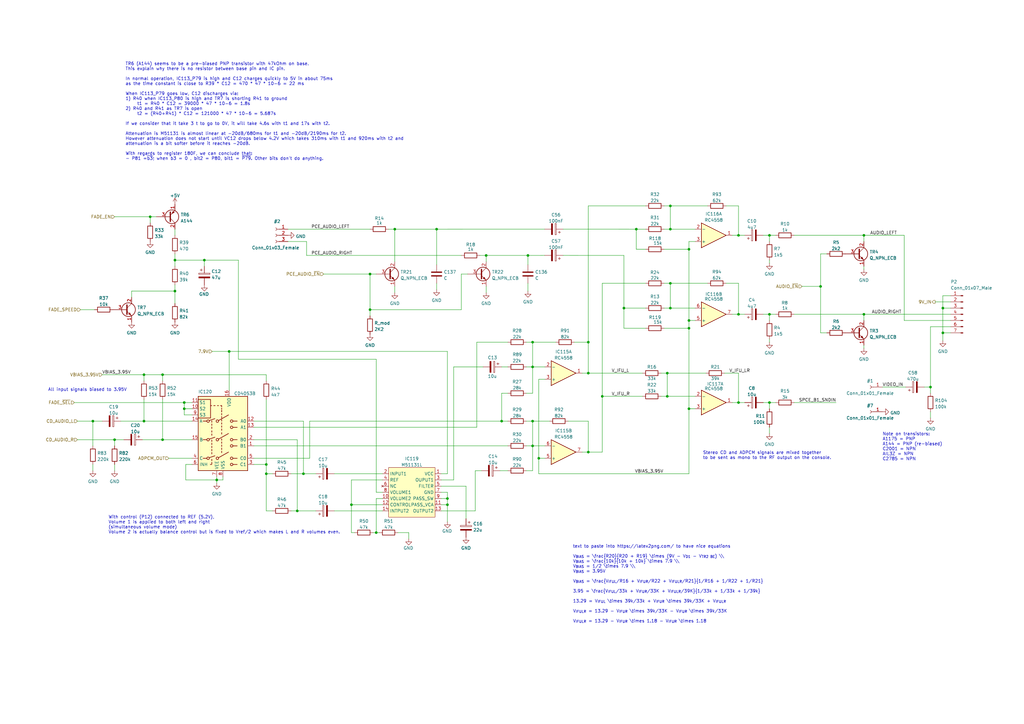
<source format=kicad_sch>
(kicad_sch (version 20211123) (generator eeschema)
  (paper "A3")
  (lib_symbols
    (symbol "Amplifier_Operational:RC4558" (pin_names (offset 0.127))
      (property "Reference" "U" (at 0 5.08 0))
      (property "Value" "RC4558" (at 0 -5.08 0))
      (symbol "RC4558_1_1"
        (polyline (pts (xy -5.08 5.08) (xy 5.08 0) (xy -5.08 -5.08) (xy -5.08 5.08)) (stroke (width 0.254)) (fill (type background)))
        (pin output line (at 7.62 0 180) (length 2.54) (name "~") (number "1"))
        (pin input line (at -7.62 -2.54 0) (length 2.54) (name "-") (number "2"))
        (pin input line (at -7.62 2.54 0) (length 2.54) (name "+") (number "3"))
      )
      (symbol "RC4558_2_1"
        (polyline (pts (xy -5.08 5.08) (xy 5.08 0) (xy -5.08 -5.08) (xy -5.08 5.08)) (stroke (width 0.254)) (fill (type background)))
        (pin input line (at -7.62 2.54 0) (length 2.54) (name "+") (number "5"))
        (pin input line (at -7.62 -2.54 0) (length 2.54) (name "-") (number "6"))
        (pin output line (at 7.62 0 180) (length 2.54) (name "~") (number "7"))
      )
      (symbol "RC4558_3_1"
        (pin power_in line (at -2.54 -7.62 90) (length 3.81) (name "V-") (number "4"))
        (pin power_in line (at -2.54 7.62 270) (length 3.81) (name "V+") (number "8"))
      )
    )
    (symbol "Analog_Switch:CD4053B"
      (property "Reference" "U" (at -10.16 16.51 0))
      (property "Value" "CD4053B" (at 3.81 16.51 0))
      (symbol "CD4053B_0_1"
        (rectangle (start -10.16 6.35) (end -5.08 13.97) (stroke (width 0.254)))
        (rectangle (start -10.16 15.24) (end 10.16 -15.24) (stroke (width 0.254)) (fill (type background)))
        (circle (center -6.096 -10.16) (radius 0.508) (stroke (width 0.254)))
        (circle (center -6.096 -2.54) (radius 0.508) (stroke (width 0.254)))
        (circle (center -6.096 5.08) (radius 0.508) (stroke (width 0.254)))
        (circle (center -2.286 -10.16) (radius 0.508) (stroke (width 0.254)))
        (circle (center -2.286 -2.54) (radius 0.508) (stroke (width 0.254)))
        (circle (center -2.286 5.08) (radius 0.508) (stroke (width 0.254)))
        (polyline (pts (xy -8.128 -10.16) (xy -6.604 -10.16)) (stroke (width 0.254)))
        (polyline (pts (xy -8.128 -2.54) (xy -6.604 -2.54)) (stroke (width 0.254)))
        (polyline (pts (xy -8.128 5.08) (xy -6.604 5.08)) (stroke (width 0.254)))
        (polyline (pts (xy -5.588 -9.906) (xy -3.302 -9.144)) (stroke (width 0.254)))
        (polyline (pts (xy -5.588 -2.286) (xy -3.302 -1.524)) (stroke (width 0.254)))
        (polyline (pts (xy -5.588 5.334) (xy -3.302 6.096)) (stroke (width 0.254)))
        (polyline (pts (xy -4.572 -12.7) (xy -5.207 -12.7)) (stroke (width 0.254)))
        (polyline (pts (xy -4.572 -12.446) (xy -4.572 -11.811)) (stroke (width 0.254)))
        (polyline (pts (xy -4.572 -11.176) (xy -4.572 -10.541)) (stroke (width 0.254)))
        (polyline (pts (xy -4.572 -8.382) (xy -4.572 -7.747)) (stroke (width 0.254)))
        (polyline (pts (xy -4.572 -7.112) (xy -4.572 -6.477)) (stroke (width 0.254)))
        (polyline (pts (xy -4.572 -5.842) (xy -4.572 -5.207)) (stroke (width 0.254)))
        (polyline (pts (xy -4.572 -4.572) (xy -4.572 -3.937)) (stroke (width 0.254)))
        (polyline (pts (xy -4.572 -3.302) (xy -4.572 -2.667)) (stroke (width 0.254)))
        (polyline (pts (xy -4.572 -0.762) (xy -4.572 -0.127)) (stroke (width 0.254)))
        (polyline (pts (xy -4.572 0.508) (xy -4.572 1.143)) (stroke (width 0.254)))
        (polyline (pts (xy -4.572 2.032) (xy -4.572 2.667)) (stroke (width 0.254)))
        (polyline (pts (xy -4.572 3.302) (xy -4.572 3.937)) (stroke (width 0.254)))
        (polyline (pts (xy -4.572 4.572) (xy -4.572 5.207)) (stroke (width 0.254)))
        (polyline (pts (xy -4.572 11.43) (xy -5.08 11.43)) (stroke (width 0.254)))
        (polyline (pts (xy -3.81 11.43) (xy -3.175 11.43)) (stroke (width 0.254)))
        (polyline (pts (xy -1.778 -9.906) (xy 2.286 -7.62)) (stroke (width 0.254)))
        (polyline (pts (xy -1.778 -2.286) (xy 2.286 0)) (stroke (width 0.254)))
        (polyline (pts (xy -1.778 5.334) (xy 2.286 7.62)) (stroke (width 0.254)))
        (polyline (pts (xy -1.778 11.43) (xy -2.286 11.43)) (stroke (width 0.254)))
        (polyline (pts (xy -0.508 -7.874) (xy -0.508 -7.239)) (stroke (width 0.254)))
        (polyline (pts (xy -0.508 -6.604) (xy -0.508 -5.969)) (stroke (width 0.254)))
        (polyline (pts (xy -0.508 -5.334) (xy -0.508 -4.699)) (stroke (width 0.254)))
        (polyline (pts (xy -0.508 -4.064) (xy -0.508 -3.429)) (stroke (width 0.254)))
        (polyline (pts (xy -0.508 -2.794) (xy -0.508 -2.159)) (stroke (width 0.254)))
        (polyline (pts (xy -0.508 -0.254) (xy -0.508 0.381)) (stroke (width 0.254)))
        (polyline (pts (xy -0.508 1.27) (xy -0.508 1.905)) (stroke (width 0.254)))
        (polyline (pts (xy -0.508 2.54) (xy -0.508 3.175)) (stroke (width 0.254)))
        (polyline (pts (xy -0.508 3.81) (xy -0.508 4.445)) (stroke (width 0.254)))
        (polyline (pts (xy -0.508 5.08) (xy -0.508 5.715)) (stroke (width 0.254)))
        (polyline (pts (xy -0.508 6.35) (xy -0.508 6.985)) (stroke (width 0.254)))
        (polyline (pts (xy -0.508 7.62) (xy -0.508 8.255)) (stroke (width 0.254)))
        (polyline (pts (xy -0.508 8.89) (xy -0.508 9.398)) (stroke (width 0.254)))
        (polyline (pts (xy -0.508 8.89) (xy -0.508 9.525)) (stroke (width 0.254)))
        (polyline (pts (xy -0.508 9.906) (xy -0.508 10.414)) (stroke (width 0.254)))
        (polyline (pts (xy -0.508 10.922) (xy -0.508 11.43)) (stroke (width 0.254)))
        (polyline (pts (xy -0.508 11.43) (xy -1.016 11.43)) (stroke (width 0.254)))
        (polyline (pts (xy 4.064 -12.7) (xy 5.842 -12.7)) (stroke (width 0.254)))
        (polyline (pts (xy 4.064 -10.16) (xy 5.842 -10.16)) (stroke (width 0.254)))
        (polyline (pts (xy 4.064 -5.08) (xy 5.842 -5.08)) (stroke (width 0.254)))
        (polyline (pts (xy 4.064 -2.54) (xy 5.842 -2.54)) (stroke (width 0.254)))
        (polyline (pts (xy 4.064 2.54) (xy 5.842 2.54)) (stroke (width 0.254)))
        (polyline (pts (xy 4.064 5.08) (xy 5.842 5.08)) (stroke (width 0.254)))
        (circle (center 3.556 -12.7) (radius 0.508) (stroke (width 0.254)))
        (circle (center 3.556 -10.16) (radius 0.508) (stroke (width 0.254)))
        (circle (center 3.556 -5.08) (radius 0.508) (stroke (width 0.254)))
        (circle (center 3.556 -2.54) (radius 0.508) (stroke (width 0.254)))
        (circle (center 3.556 2.54) (radius 0.508) (stroke (width 0.254)))
        (circle (center 3.556 5.08) (radius 0.508) (stroke (width 0.254)))
      )
      (symbol "CD4053B_1_1"
        (pin bidirectional line (at 12.7 -5.08 180) (length 2.54) (name "B1") (number "1"))
        (pin input line (at -12.7 10.16 0) (length 2.54) (name "S2") (number "10"))
        (pin input line (at -12.7 12.7 0) (length 2.54) (name "S1") (number "11"))
        (pin bidirectional line (at 12.7 5.08 180) (length 2.54) (name "A0") (number "12"))
        (pin bidirectional line (at 12.7 2.54 180) (length 2.54) (name "A1") (number "13"))
        (pin bidirectional line (at -12.7 5.08 0) (length 2.54) (name "A") (number "14"))
        (pin bidirectional line (at -12.7 -2.54 0) (length 2.54) (name "B") (number "15"))
        (pin power_in line (at 2.54 17.78 270) (length 2.54) (name "VDD") (number "16"))
        (pin bidirectional line (at 12.7 -2.54 180) (length 2.54) (name "B0") (number "2"))
        (pin bidirectional line (at 12.7 -12.7 180) (length 2.54) (name "C1") (number "3"))
        (pin bidirectional line (at -12.7 -10.16 0) (length 2.54) (name "C") (number "4"))
        (pin bidirectional line (at 12.7 -10.16 180) (length 2.54) (name "C0") (number "5"))
        (pin input line (at -12.7 -12.7 0) (length 2.54) (name "INH") (number "6"))
        (pin power_in line (at -2.54 -17.78 90) (length 2.54) (name "VEE") (number "7"))
        (pin power_in line (at 0 -17.78 90) (length 2.54) (name "VSS") (number "8"))
        (pin input line (at -12.7 7.62 0) (length 2.54) (name "S3") (number "9"))
      )
    )
    (symbol "Connector:Conn_01x01_Female" (pin_names (offset 1.016) hide)
      (property "Reference" "J" (at 0 2.54 0))
      (property "Value" "Conn_01x01_Female" (at 0 -2.54 0))
      (symbol "Conn_01x01_Female_1_1"
        (polyline (pts (xy -1.27 0) (xy -0.508 0)) (stroke (width 0.1524)))
        (arc (start 0 0.508) (mid -0.508 0) (end 0 -0.508) (stroke (width 0.1524)))
        (pin passive line (at -5.08 0 0) (length 3.81) (name "Pin_1") (number "1"))
      )
    )
    (symbol "Connector:Conn_01x03_Female" (pin_names (offset 1.016) hide)
      (property "Reference" "J" (at 0 5.08 0))
      (property "Value" "Conn_01x03_Female" (at 0 -5.08 0))
      (symbol "Conn_01x03_Female_1_1"
        (arc (start 0 -2.032) (mid -0.508 -2.54) (end 0 -3.048) (stroke (width 0.1524)))
        (polyline (pts (xy -1.27 -2.54) (xy -0.508 -2.54)) (stroke (width 0.1524)))
        (polyline (pts (xy -1.27 0) (xy -0.508 0)) (stroke (width 0.1524)))
        (polyline (pts (xy -1.27 2.54) (xy -0.508 2.54)) (stroke (width 0.1524)))
        (arc (start 0 0.508) (mid -0.508 0) (end 0 -0.508) (stroke (width 0.1524)))
        (arc (start 0 3.048) (mid -0.508 2.54) (end 0 2.032) (stroke (width 0.1524)))
        (pin passive line (at -5.08 2.54 0) (length 3.81) (name "Pin_1") (number "1"))
        (pin passive line (at -5.08 0 0) (length 3.81) (name "Pin_2") (number "2"))
        (pin passive line (at -5.08 -2.54 0) (length 3.81) (name "Pin_3") (number "3"))
      )
    )
    (symbol "Connector:Conn_01x07_Male" (pin_names (offset 1.016) hide)
      (property "Reference" "J" (at 0 10.16 0))
      (property "Value" "Conn_01x07_Male" (at 0 -10.16 0))
      (symbol "Conn_01x07_Male_1_1"
        (polyline (pts (xy 1.27 -7.62) (xy 0.8636 -7.62)) (stroke (width 0.1524)))
        (polyline (pts (xy 1.27 -5.08) (xy 0.8636 -5.08)) (stroke (width 0.1524)))
        (polyline (pts (xy 1.27 -2.54) (xy 0.8636 -2.54)) (stroke (width 0.1524)))
        (polyline (pts (xy 1.27 0) (xy 0.8636 0)) (stroke (width 0.1524)))
        (polyline (pts (xy 1.27 2.54) (xy 0.8636 2.54)) (stroke (width 0.1524)))
        (polyline (pts (xy 1.27 5.08) (xy 0.8636 5.08)) (stroke (width 0.1524)))
        (polyline (pts (xy 1.27 7.62) (xy 0.8636 7.62)) (stroke (width 0.1524)))
        (rectangle (start 0.8636 -7.493) (end 0 -7.747) (stroke (width 0.1524)) (fill (type outline)))
        (rectangle (start 0.8636 -4.953) (end 0 -5.207) (stroke (width 0.1524)) (fill (type outline)))
        (rectangle (start 0.8636 -2.413) (end 0 -2.667) (stroke (width 0.1524)) (fill (type outline)))
        (rectangle (start 0.8636 0.127) (end 0 -0.127) (stroke (width 0.1524)) (fill (type outline)))
        (rectangle (start 0.8636 2.667) (end 0 2.413) (stroke (width 0.1524)) (fill (type outline)))
        (rectangle (start 0.8636 5.207) (end 0 4.953) (stroke (width 0.1524)) (fill (type outline)))
        (rectangle (start 0.8636 7.747) (end 0 7.493) (stroke (width 0.1524)) (fill (type outline)))
        (pin passive line (at 5.08 7.62 180) (length 3.81) (name "Pin_1") (number "1"))
        (pin passive line (at 5.08 5.08 180) (length 3.81) (name "Pin_2") (number "2"))
        (pin passive line (at 5.08 2.54 180) (length 3.81) (name "Pin_3") (number "3"))
        (pin passive line (at 5.08 0 180) (length 3.81) (name "Pin_4") (number "4"))
        (pin passive line (at 5.08 -2.54 180) (length 3.81) (name "Pin_5") (number "5"))
        (pin passive line (at 5.08 -5.08 180) (length 3.81) (name "Pin_6") (number "6"))
        (pin passive line (at 5.08 -7.62 180) (length 3.81) (name "Pin_7") (number "7"))
      )
    )
    (symbol "Device:C" (pin_numbers hide) (pin_names (offset 0.254))
      (property "Reference" "C" (at 0.635 2.54 0))
      (property "Value" "C" (at 0.635 -2.54 0))
      (symbol "C_0_1"
        (polyline (pts (xy -2.032 -0.762) (xy 2.032 -0.762)) (stroke (width 0.508)))
        (polyline (pts (xy -2.032 0.762) (xy 2.032 0.762)) (stroke (width 0.508)))
      )
      (symbol "C_1_1"
        (pin passive line (at 0 3.81 270) (length 2.794) (name "~") (number "1"))
        (pin passive line (at 0 -3.81 90) (length 2.794) (name "~") (number "2"))
      )
    )
    (symbol "Device:C_Polarized" (pin_numbers hide) (pin_names (offset 0.254))
      (property "Reference" "C" (at 0.635 2.54 0))
      (property "Value" "C_Polarized" (at 0.635 -2.54 0))
      (symbol "C_Polarized_0_1"
        (rectangle (start -2.286 0.508) (end 2.286 1.016))
        (polyline (pts (xy -1.778 2.286) (xy -0.762 2.286)))
        (polyline (pts (xy -1.27 2.794) (xy -1.27 1.778)))
        (rectangle (start 2.286 -0.508) (end -2.286 -1.016) (fill (type outline)))
      )
      (symbol "C_Polarized_1_1"
        (pin passive line (at 0 3.81 270) (length 2.794) (name "~") (number "1"))
        (pin passive line (at 0 -3.81 90) (length 2.794) (name "~") (number "2"))
      )
    )
    (symbol "Device:Q_NPN_ECB" (pin_names (offset 0) hide)
      (property "Reference" "Q" (at 5.08 1.27 0))
      (property "Value" "Q_NPN_ECB" (at 5.08 -1.27 0))
      (symbol "Q_NPN_ECB_0_1"
        (polyline (pts (xy 0.635 0.635) (xy 2.54 2.54)))
        (polyline (pts (xy 0.635 -0.635) (xy 2.54 -2.54) (xy 2.54 -2.54)))
        (polyline (pts (xy 0.635 1.905) (xy 0.635 -1.905) (xy 0.635 -1.905)) (stroke (width 0.508)))
        (polyline (pts (xy 1.27 -1.778) (xy 1.778 -1.27) (xy 2.286 -2.286) (xy 1.27 -1.778) (xy 1.27 -1.778)) (fill (type outline)))
        (circle (center 1.27 0) (radius 2.8194) (stroke (width 0.254)))
      )
      (symbol "Q_NPN_ECB_1_1"
        (pin passive line (at 2.54 -5.08 90) (length 2.54) (name "E") (number "1"))
        (pin passive line (at 2.54 5.08 270) (length 2.54) (name "C") (number "2"))
        (pin passive line (at -5.08 0 0) (length 5.715) (name "B") (number "3"))
      )
    )
    (symbol "Device:Q_PNP_ECB" (pin_names (offset 0) hide)
      (property "Reference" "Q" (at 5.08 1.27 0))
      (property "Value" "Q_PNP_ECB" (at 5.08 -1.27 0))
      (symbol "Q_PNP_ECB_0_1"
        (polyline (pts (xy 0.635 0.635) (xy 2.54 2.54)))
        (polyline (pts (xy 0.635 -0.635) (xy 2.54 -2.54) (xy 2.54 -2.54)))
        (polyline (pts (xy 0.635 1.905) (xy 0.635 -1.905) (xy 0.635 -1.905)) (stroke (width 0.508)))
        (polyline (pts (xy 2.286 -1.778) (xy 1.778 -2.286) (xy 1.27 -1.27) (xy 2.286 -1.778) (xy 2.286 -1.778)) (fill (type outline)))
        (circle (center 1.27 0) (radius 2.8194) (stroke (width 0.254)))
      )
      (symbol "Q_PNP_ECB_1_1"
        (pin passive line (at 2.54 -5.08 90) (length 2.54) (name "E") (number "1"))
        (pin passive line (at 2.54 5.08 270) (length 2.54) (name "C") (number "2"))
        (pin input line (at -5.08 0 0) (length 5.715) (name "B") (number "3"))
      )
    )
    (symbol "Device:R" (pin_numbers hide) (pin_names (offset 0))
      (property "Reference" "R" (at 2.032 0 90))
      (property "Value" "R" (at 0 0 90))
      (symbol "R_0_1"
        (rectangle (start -1.016 -2.54) (end 1.016 2.54) (stroke (width 0.254)))
      )
      (symbol "R_1_1"
        (pin passive line (at 0 3.81 270) (length 1.27) (name "~") (number "1"))
        (pin passive line (at 0 -3.81 90) (length 1.27) (name "~") (number "2"))
      )
    )
    (symbol "IFU-30:M51131L"
      (property "Reference" "IC" (at 1.27 3.81 0))
      (property "Value" "M51131L" (at 11.43 3.81 0))
      (symbol "M51131L_0_1"
        (rectangle (start 0 2.54) (end 19.05 -17.78) (stroke (width 0.1524)) (fill (type background)))
      )
      (symbol "M51131L_1_1"
        (pin passive line (at -2.54 0 0) (length 2.54) (name "VCC") (number "1"))
        (pin passive line (at 21.59 -10.16 180) (length 2.54) (name "VOLUME2") (number "10"))
        (pin passive line (at -2.54 -12.7 0) (length 2.54) (name "PASS_VCA") (number "11"))
        (pin passive line (at 21.59 -12.7 180) (length 2.54) (name "CONTROL") (number "12"))
        (pin passive line (at -2.54 -15.24 0) (length 2.54) (name "OUTPUT2") (number "13"))
        (pin passive line (at 21.59 -15.24 180) (length 2.54) (name "INTPUT2") (number "14"))
        (pin passive line (at 21.59 0 180) (length 2.54) (name "INPUT1") (number "2"))
        (pin passive line (at -2.54 -2.54 0) (length 2.54) (name "OUPUT1") (number "3"))
        (pin passive line (at 21.59 -2.54 180) (length 2.54) (name "REF") (number "4"))
        (pin passive line (at -2.54 -5.08 0) (length 2.54) (name "FILTER") (number "5"))
        (pin no_connect line (at 21.59 -5.08 180) (length 2.54) (name "NC") (number "6"))
        (pin passive line (at -2.54 -7.62 0) (length 2.54) (name "GND") (number "7"))
        (pin passive line (at 21.59 -7.62 180) (length 2.54) (name "VOLUME1") (number "8"))
        (pin passive line (at -2.54 -10.16 0) (length 2.54) (name "PASS_SW") (number "9"))
      )
    )
    (symbol "power:+5V" (power) (pin_names (offset 0))
      (property "Value" "+5V" (at 0 3.556 0))
      (symbol "+5V_0_1"
        (polyline (pts (xy -0.762 1.27) (xy 0 2.54)))
        (polyline (pts (xy 0 0) (xy 0 2.54)))
        (polyline (pts (xy 0 2.54) (xy 0.762 1.27)))
      )
      (symbol "+5V_1_1"
        (pin power_in line (at 0 0 90) (length 0) hide (name "+5V") (number "1"))
      )
    )
    (symbol "power:GND" (power) (pin_names (offset 0))
      (property "Value" "GND" (at 0 -3.81 0))
      (symbol "GND_0_1"
        (polyline (pts (xy 0 0) (xy 0 -1.27) (xy 1.27 -1.27) (xy 0 -2.54) (xy -1.27 -1.27) (xy 0 -1.27)))
      )
      (symbol "GND_1_1"
        (pin power_in line (at 0 0 270) (length 0) hide (name "GND") (number "1"))
      )
    )
  )
  (junction (at 59.055 172.72))
  (junction (at 315.595 165.1))
  (junction (at 61.595 88.9))
  (junction (at 273.685 153.035))
  (junction (at 354.33 128.905))
  (junction (at 183.515 204.47))
  (junction (at 336.55 117.475))
  (junction (at 71.755 106.68))
  (junction (at 218.44 172.72))
  (junction (at 183.515 207.01))
  (junction (at 282.575 102.235))
  (junction (at 179.07 93.98))
  (junction (at 241.3 140.335))
  (junction (at 247.015 162.56))
  (junction (at 66.675 180.34))
  (junction (at 93.98 144.145))
  (junction (at 151.765 127))
  (junction (at 66.675 153.67))
  (junction (at 241.3 185.42))
  (junction (at 241.3 153.035))
  (junction (at 315.595 96.52))
  (junction (at 274.955 126.365))
  (junction (at 260.985 93.98))
  (junction (at 88.9 196.85))
  (junction (at 386.715 136.525))
  (junction (at 282.575 167.64))
  (junction (at 302.895 128.905))
  (junction (at 386.715 126.365))
  (junction (at 218.44 140.335))
  (junction (at 75.565 167.64))
  (junction (at 218.44 182.88))
  (junction (at 46.99 180.34))
  (junction (at 273.685 162.56))
  (junction (at 381.635 158.75))
  (junction (at 124.46 194.31))
  (junction (at 282.575 131.445))
  (junction (at 218.44 150.495))
  (junction (at 161.925 93.98))
  (junction (at 151.765 112.395))
  (junction (at 220.98 187.96))
  (junction (at 144.145 207.01))
  (junction (at 59.055 153.67))
  (junction (at 282.575 134.62))
  (junction (at 255.905 126.365))
  (junction (at 274.955 116.205))
  (junction (at 315.595 128.905))
  (junction (at 302.895 165.1))
  (junction (at 354.33 96.52))
  (junction (at 154.305 218.44))
  (junction (at 71.755 119.38))
  (junction (at 38.1 172.72))
  (junction (at 205.74 172.72))
  (junction (at 109.22 194.31))
  (junction (at 302.895 96.52))
  (junction (at 274.955 84.455))
  (junction (at 75.565 165.1))
  (junction (at 121.92 209.55))
  (junction (at 216.535 104.775))
  (junction (at 199.39 104.775))
  (junction (at 83.82 106.68))
  (junction (at 274.955 93.98))
  (junction (at 109.22 190.5))
  (wire (pts (xy 66.675 153.67) (xy 66.675 156.21)))
  (wire (pts (xy 194.945 193.04) (xy 197.485 193.04)))
  (wire (pts (xy 104.14 175.26) (xy 195.58 175.26)))
  (wire (pts (xy 315.595 140.335) (xy 315.595 139.065)))
  (wire (pts (xy 196.85 104.775) (xy 199.39 104.775)))
  (wire (pts (xy 88.9 196.85) (xy 91.44 196.85)))
  (wire (pts (xy 215.9 172.72) (xy 218.44 172.72)))
  (wire (pts (xy 274.955 84.455) (xy 274.955 93.98)))
  (wire (pts (xy 75.565 170.18) (xy 75.565 167.64)))
  (wire (pts (xy 179.07 93.98) (xy 179.07 108.585)))
  (wire (pts (xy 241.3 185.42) (xy 238.76 185.42)))
  (wire (pts (xy 302.895 96.52) (xy 305.435 96.52)))
  (wire (pts (xy 83.82 106.68) (xy 83.82 109.22)))
  (wire (pts (xy 88.9 196.85) (xy 88.9 198.12)))
  (wire (pts (xy 247.015 116.205) (xy 247.015 162.56)))
  (wire (pts (xy 315.595 175.26) (xy 315.595 177.8)))
  (wire (pts (xy 183.515 204.47) (xy 183.515 207.01)))
  (wire (pts (xy 180.975 204.47) (xy 183.515 204.47)))
  (wire (pts (xy 241.3 172.72) (xy 241.3 185.42)))
  (wire (pts (xy 183.515 201.93) (xy 183.515 204.47)))
  (wire (pts (xy 125.73 104.775) (xy 125.73 99.06)))
  (wire (pts (xy 53.975 119.38) (xy 71.755 119.38)))
  (wire (pts (xy 156.845 201.93) (xy 154.305 201.93)))
  (wire (pts (xy 336.55 136.525) (xy 339.09 136.525)))
  (wire (pts (xy 109.22 190.5) (xy 109.22 194.31)))
  (wire (pts (xy 241.3 140.335) (xy 241.3 153.035)))
  (wire (pts (xy 183.515 194.31) (xy 180.975 194.31)))
  (wire (pts (xy 71.755 106.68) (xy 71.755 109.22)))
  (wire (pts (xy 167.64 218.44) (xy 167.64 220.98)))
  (wire (pts (xy 199.39 117.475) (xy 199.39 120.015)))
  (wire (pts (xy 302.895 153.035) (xy 302.895 165.1)))
  (wire (pts (xy 315.595 128.905) (xy 315.595 131.445)))
  (wire (pts (xy 282.575 134.62) (xy 282.575 131.445)))
  (wire (pts (xy 354.33 128.905) (xy 354.33 131.445)))
  (wire (pts (xy 285.115 162.56) (xy 273.685 162.56)))
  (wire (pts (xy 216.535 104.775) (xy 216.535 108.585)))
  (wire (pts (xy 205.74 161.29) (xy 205.74 172.72)))
  (wire (pts (xy 71.755 119.38) (xy 71.755 124.46)))
  (wire (pts (xy 273.685 153.035) (xy 289.56 153.035)))
  (wire (pts (xy 127 187.96) (xy 127 172.72)))
  (wire (pts (xy 151.765 127) (xy 151.765 129.54)))
  (wire (pts (xy 230.9694 93.9677) (xy 260.985 93.98)))
  (wire (pts (xy 199.39 104.775) (xy 199.39 107.315)))
  (wire (pts (xy 194.945 209.55) (xy 194.945 193.04)))
  (wire (pts (xy 153.035 218.44) (xy 154.305 218.44)))
  (wire (pts (xy 238.76 153.035) (xy 241.3 153.035)))
  (wire (pts (xy 274.955 126.365) (xy 285.115 126.365)))
  (wire (pts (xy 75.565 165.1) (xy 30.48 165.1)))
  (wire (pts (xy 386.715 121.285) (xy 386.715 126.365)))
  (wire (pts (xy 297.18 153.035) (xy 302.895 153.035)))
  (wire (pts (xy 297.815 116.205) (xy 302.895 116.205)))
  (wire (pts (xy 215.9 161.29) (xy 218.44 161.29)))
  (wire (pts (xy 154.305 218.44) (xy 155.575 218.44)))
  (wire (pts (xy 282.575 167.64) (xy 285.115 167.64)))
  (wire (pts (xy 389.89 136.525) (xy 386.715 136.525)))
  (wire (pts (xy 361.95 158.75) (xy 371.475 158.75)))
  (wire (pts (xy 144.145 196.85) (xy 156.845 196.85)))
  (wire (pts (xy 59.055 153.67) (xy 59.055 156.21)))
  (wire (pts (xy 78.74 170.18) (xy 75.565 170.18)))
  (wire (pts (xy 151.765 112.395) (xy 132.715 112.395)))
  (wire (pts (xy 302.895 165.1) (xy 305.435 165.1)))
  (wire (pts (xy 59.055 172.72) (xy 78.74 172.72)))
  (wire (pts (xy 179.07 118.745) (xy 179.07 116.205)))
  (wire (pts (xy 233.045 172.72) (xy 241.3 172.72)))
  (wire (pts (xy 83.82 106.68) (xy 97.79 106.68)))
  (wire (pts (xy 186.055 196.85) (xy 186.055 150.495)))
  (wire (pts (xy 235.585 140.335) (xy 241.3 140.335)))
  (wire (pts (xy 381.635 133.985) (xy 389.89 133.985)))
  (wire (pts (xy 216.535 104.775) (xy 223.3494 104.7627)))
  (wire (pts (xy 76.2 196.85) (xy 88.9 196.85)))
  (wire (pts (xy 191.135 212.725) (xy 191.135 199.39)))
  (wire (pts (xy 124.46 172.72) (xy 124.46 194.31)))
  (wire (pts (xy 205.74 161.29) (xy 208.28 161.29)))
  (wire (pts (xy 109.22 209.55) (xy 111.76 209.55)))
  (wire (pts (xy 389.89 123.825) (xy 383.54 123.825)))
  (wire (pts (xy 119.38 209.55) (xy 121.92 209.55)))
  (wire (pts (xy 272.415 134.62) (xy 282.575 134.62)))
  (wire (pts (xy 71.755 104.14) (xy 71.755 106.68)))
  (wire (pts (xy 208.28 150.495) (xy 205.74 150.495)))
  (wire (pts (xy 315.595 165.1) (xy 315.595 167.64)))
  (wire (pts (xy 109.22 153.67) (xy 109.22 156.21)))
  (wire (pts (xy 104.14 187.96) (xy 127 187.96)))
  (wire (pts (xy 290.195 84.455) (xy 274.955 84.455)))
  (wire (pts (xy 137.16 194.31) (xy 156.845 194.31)))
  (wire (pts (xy 93.98 144.145) (xy 86.995 144.145)))
  (wire (pts (xy 282.575 131.445) (xy 285.115 131.445)))
  (wire (pts (xy 46.99 182.88) (xy 46.99 180.34)))
  (wire (pts (xy 215.9 182.88) (xy 218.44 182.88)))
  (wire (pts (xy 282.575 167.64) (xy 282.575 134.62)))
  (wire (pts (xy 272.415 116.205) (xy 274.955 116.205)))
  (wire (pts (xy 274.955 116.205) (xy 290.195 116.205)))
  (wire (pts (xy 302.895 84.455) (xy 302.895 96.52)))
  (wire (pts (xy 69.215 187.96) (xy 78.74 187.96)))
  (wire (pts (xy 186.055 150.495) (xy 198.12 150.495)))
  (wire (pts (xy 255.905 104.775) (xy 255.905 126.365)))
  (wire (pts (xy 255.905 104.775) (xy 230.9694 104.7627)))
  (wire (pts (xy 339.09 104.14) (xy 336.55 104.14)))
  (wire (pts (xy 93.98 144.145) (xy 93.98 160.02)))
  (wire (pts (xy 144.145 207.01) (xy 144.145 196.85)))
  (wire (pts (xy 154.305 112.395) (xy 151.765 112.395)))
  (wire (pts (xy 354.33 96.52) (xy 325.755 96.52)))
  (wire (pts (xy 264.795 84.455) (xy 241.3 84.455)))
  (wire (pts (xy 161.925 93.98) (xy 161.925 107.315)))
  (wire (pts (xy 66.675 180.34) (xy 78.74 180.34)))
  (wire (pts (xy 144.145 218.44) (xy 145.415 218.44)))
  (wire (pts (xy 144.145 207.01) (xy 144.145 218.44)))
  (wire (pts (xy 285.115 99.06) (xy 282.575 99.06)))
  (wire (pts (xy 93.98 144.145) (xy 183.515 144.145)))
  (wire (pts (xy 302.895 116.205) (xy 302.895 128.905)))
  (wire (pts (xy 389.89 121.285) (xy 386.715 121.285)))
  (wire (pts (xy 183.515 213.995) (xy 183.515 207.01)))
  (wire (pts (xy 218.44 172.72) (xy 218.44 182.88)))
  (wire (pts (xy 124.46 194.31) (xy 129.54 194.31)))
  (wire (pts (xy 274.955 93.98) (xy 285.115 93.98)))
  (wire (pts (xy 118.11 93.98) (xy 151.765 93.98)))
  (wire (pts (xy 274.955 93.98) (xy 272.415 93.98)))
  (wire (pts (xy 104.14 182.88) (xy 208.28 182.88)))
  (wire (pts (xy 300.355 96.52) (xy 302.895 96.52)))
  (wire (pts (xy 318.135 96.52) (xy 315.595 96.52)))
  (wire (pts (xy 216.535 119.38) (xy 216.535 116.205)))
  (wire (pts (xy 315.595 96.52) (xy 315.595 99.06)))
  (wire (pts (xy 189.23 112.395) (xy 191.77 112.395)))
  (wire (pts (xy 183.515 207.01) (xy 180.975 207.01)))
  (wire (pts (xy 38.1 182.88) (xy 38.1 172.72)))
  (wire (pts (xy 218.44 150.495) (xy 215.9 150.495)))
  (wire (pts (xy 125.73 104.775) (xy 189.23 104.775)))
  (wire (pts (xy 78.74 165.1) (xy 75.565 165.1)))
  (wire (pts (xy 315.595 106.68) (xy 315.595 107.95)))
  (wire (pts (xy 33.02 127) (xy 38.735 127)))
  (wire (pts (xy 59.055 153.67) (xy 66.675 153.67)))
  (wire (pts (xy 381.635 158.75) (xy 379.095 158.75)))
  (wire (pts (xy 325.755 165.1) (xy 342.9 165.1)))
  (wire (pts (xy 386.715 126.365) (xy 389.89 126.365)))
  (wire (pts (xy 78.74 190.5) (xy 76.2 190.5)))
  (wire (pts (xy 59.055 163.83) (xy 59.055 172.72)))
  (wire (pts (xy 272.415 102.235) (xy 282.575 102.235)))
  (wire (pts (xy 273.685 162.56) (xy 273.685 153.035)))
  (wire (pts (xy 336.55 104.14) (xy 336.55 117.475)))
  (wire (pts (xy 97.79 106.68) (xy 97.79 147.32)))
  (wire (pts (xy 272.415 126.365) (xy 274.955 126.365)))
  (wire (pts (xy 282.575 102.235) (xy 282.575 131.445)))
  (wire (pts (xy 282.575 99.06) (xy 282.575 102.235)))
  (wire (pts (xy 180.975 201.93) (xy 183.515 201.93)))
  (wire (pts (xy 386.715 136.525) (xy 386.715 126.365)))
  (wire (pts (xy 255.905 126.365) (xy 264.795 126.365)))
  (wire (pts (xy 282.575 194.31) (xy 282.575 167.64)))
  (wire (pts (xy 53.975 119.38) (xy 53.975 121.92)))
  (wire (pts (xy 300.355 128.905) (xy 302.895 128.905)))
  (wire (pts (xy 271.145 162.56) (xy 273.685 162.56)))
  (wire (pts (xy 218.44 150.495) (xy 218.44 161.29)))
  (wire (pts (xy 109.22 194.31) (xy 111.76 194.31)))
  (wire (pts (xy 180.975 199.39) (xy 191.135 199.39)))
  (wire (pts (xy 354.33 128.905) (xy 389.89 128.905)))
  (wire (pts (xy 218.44 172.72) (xy 225.425 172.72)))
  (wire (pts (xy 38.1 190.5) (xy 38.1 193.04)))
  (wire (pts (xy 313.055 128.905) (xy 315.595 128.905)))
  (wire (pts (xy 208.28 140.335) (xy 195.58 140.335)))
  (wire (pts (xy 223.3494 93.9677) (xy 179.07 93.98)))
  (wire (pts (xy 64.135 88.9) (xy 61.595 88.9)))
  (wire (pts (xy 46.99 88.9) (xy 61.595 88.9)))
  (wire (pts (xy 199.39 104.775) (xy 216.535 104.775)))
  (wire (pts (xy 71.755 116.84) (xy 71.755 119.38)))
  (wire (pts (xy 58.42 180.34) (xy 66.675 180.34)))
  (wire (pts (xy 220.98 155.575) (xy 220.98 187.96)))
  (wire (pts (xy 66.675 163.83) (xy 66.675 180.34)))
  (wire (pts (xy 272.415 84.455) (xy 274.955 84.455)))
  (wire (pts (xy 159.385 93.98) (xy 161.925 93.98)))
  (wire (pts (xy 241.3 84.455) (xy 241.3 140.335)))
  (wire (pts (xy 315.595 165.1) (xy 313.055 165.1)))
  (wire (pts (xy 328.93 117.475) (xy 336.55 117.475)))
  (wire (pts (xy 215.9 140.335) (xy 218.44 140.335)))
  (wire (pts (xy 264.795 116.205) (xy 247.015 116.205)))
  (wire (pts (xy 154.305 147.32) (xy 154.305 201.93)))
  (wire (pts (xy 109.22 163.83) (xy 109.22 190.5)))
  (wire (pts (xy 271.145 153.035) (xy 273.685 153.035)))
  (wire (pts (xy 46.99 180.34) (xy 50.8 180.34)))
  (wire (pts (xy 91.44 196.85) (xy 91.44 195.58)))
  (wire (pts (xy 71.755 93.98) (xy 71.755 96.52)))
  (wire (pts (xy 127 172.72) (xy 205.74 172.72)))
  (wire (pts (xy 38.1 172.72) (xy 41.91 172.72)))
  (wire (pts (xy 71.755 106.68) (xy 83.82 106.68)))
  (wire (pts (xy 370.84 131.445) (xy 389.89 131.445)))
  (wire (pts (xy 247.015 185.42) (xy 241.3 185.42)))
  (wire (pts (xy 215.9 193.04) (xy 218.44 193.04)))
  (wire (pts (xy 161.925 117.475) (xy 161.925 120.015)))
  (wire (pts (xy 381.635 168.91) (xy 381.635 171.45)))
  (wire (pts (xy 31.75 172.72) (xy 38.1 172.72)))
  (wire (pts (xy 49.53 172.72) (xy 59.055 172.72)))
  (wire (pts (xy 247.015 185.42) (xy 247.015 162.56)))
  (wire (pts (xy 31.75 180.34) (xy 46.99 180.34)))
  (wire (pts (xy 381.635 158.75) (xy 381.635 161.29)))
  (wire (pts (xy 88.9 195.58) (xy 88.9 196.85)))
  (wire (pts (xy 154.305 204.47) (xy 154.305 218.44)))
  (wire (pts (xy 223.52 187.96) (xy 220.98 187.96)))
  (wire (pts (xy 370.84 96.52) (xy 354.33 96.52)))
  (wire (pts (xy 223.52 150.495) (xy 218.44 150.495)))
  (wire (pts (xy 109.22 194.31) (xy 109.22 209.55)))
  (wire (pts (xy 264.795 93.98) (xy 260.985 93.98)))
  (wire (pts (xy 370.84 131.445) (xy 370.84 96.52)))
  (wire (pts (xy 125.73 99.06) (xy 118.11 99.06)))
  (wire (pts (xy 121.92 180.34) (xy 121.92 209.55)))
  (wire (pts (xy 220.98 187.96) (xy 220.98 194.31)))
  (wire (pts (xy 218.44 193.04) (xy 218.44 182.88)))
  (wire (pts (xy 180.975 196.85) (xy 186.055 196.85)))
  (wire (pts (xy 260.985 93.98) (xy 260.985 102.235)))
  (wire (pts (xy 247.015 162.56) (xy 263.525 162.56)))
  (wire (pts (xy 218.44 182.88) (xy 223.52 182.88)))
  (wire (pts (xy 137.16 209.55) (xy 156.845 209.55)))
  (wire (pts (xy 302.895 128.905) (xy 305.435 128.905)))
  (wire (pts (xy 104.14 172.72) (xy 124.46 172.72)))
  (wire (pts (xy 354.33 141.605) (xy 354.33 142.875)))
  (wire (pts (xy 121.92 180.34) (xy 104.14 180.34)))
  (wire (pts (xy 264.795 134.62) (xy 255.905 134.62)))
  (wire (pts (xy 218.44 140.335) (xy 218.44 150.495)))
  (wire (pts (xy 302.895 165.1) (xy 300.355 165.1)))
  (wire (pts (xy 183.515 144.145) (xy 183.515 194.31)))
  (wire (pts (xy 75.565 167.64) (xy 78.74 167.64)))
  (wire (pts (xy 354.33 109.22) (xy 354.33 110.49)))
  (wire (pts (xy 208.28 193.04) (xy 205.105 193.04)))
  (wire (pts (xy 180.975 209.55) (xy 194.945 209.55)))
  (wire (pts (xy 223.52 155.575) (xy 220.98 155.575)))
  (wire (pts (xy 66.675 153.67) (xy 109.22 153.67)))
  (wire (pts (xy 97.79 147.32) (xy 154.305 147.32)))
  (wire (pts (xy 119.38 194.31) (xy 124.46 194.31)))
  (wire (pts (xy 255.905 126.365) (xy 255.905 134.62)))
  (wire (pts (xy 121.92 209.55) (xy 129.54 209.55)))
  (wire (pts (xy 167.64 218.44) (xy 163.195 218.44)))
  (wire (pts (xy 241.3 153.035) (xy 263.525 153.035)))
  (wire (pts (xy 386.715 136.525) (xy 386.715 139.7)))
  (wire (pts (xy 274.955 116.205) (xy 274.955 126.365)))
  (wire (pts (xy 315.595 128.905) (xy 318.135 128.905)))
  (wire (pts (xy 220.98 194.31) (xy 282.575 194.31)))
  (wire (pts (xy 151.765 112.395) (xy 151.765 127)))
  (wire (pts (xy 104.14 190.5) (xy 109.22 190.5)))
  (wire (pts (xy 381.635 158.75) (xy 381.635 133.985)))
  (wire (pts (xy 76.2 190.5) (xy 76.2 196.85)))
  (wire (pts (xy 151.765 127) (xy 189.23 127)))
  (wire (pts (xy 354.33 96.52) (xy 354.33 99.06)))
  (wire (pts (xy 195.58 140.335) (xy 195.58 175.26)))
  (wire (pts (xy 325.755 128.905) (xy 354.33 128.905)))
  (wire (pts (xy 297.815 84.455) (xy 302.895 84.455)))
  (wire (pts (xy 46.99 193.04) (xy 46.99 190.5)))
  (wire (pts (xy 189.23 127) (xy 189.23 112.395)))
  (wire (pts (xy 336.55 117.475) (xy 336.55 136.525)))
  (wire (pts (xy 205.74 172.72) (xy 208.28 172.72)))
  (wire (pts (xy 260.985 102.235) (xy 264.795 102.235)))
  (wire (pts (xy 61.595 88.9) (xy 61.595 91.44)))
  (wire (pts (xy 156.845 204.47) (xy 154.305 204.47)))
  (wire (pts (xy 315.595 165.1) (xy 318.135 165.1)))
  (wire (pts (xy 41.91 153.67) (xy 59.055 153.67)))
  (wire (pts (xy 218.44 140.335) (xy 227.965 140.335)))
  (wire (pts (xy 161.925 93.98) (xy 179.07 93.98)))
  (wire (pts (xy 75.565 165.1) (xy 75.565 167.64)))
  (wire (pts (xy 144.145 207.01) (xy 156.845 207.01)))
  (wire (pts (xy 315.595 96.52) (xy 313.055 96.52)))
  (text "All input signals biased to 3.95V\n" (at 19.685 160.655 0) (effects (font (size 1.27 1.27)) (justify left bottom)))
  (text "TR6 (A144) seems to be a pre-biased PNP transistor with 47kOhm on base.\nThis explain why there is no resistor between base pin and IC pin.\n\nIn normal operation, IC113_P79 is high and C12 charges quickly to 5V in about 75ms\nas the time constant is close to R39 * C12 = 470 * 47 * 10-6 = 22 ms\n\nWhen IC113_P79 goes low, C12 discharges via: \n1) R40 when IC113_P80 is high and TR7 is shorting R41 to ground\n	t1 = R40 * C12 = 39000 * 47 * 10-6 = 1.8s\n2) R40 and R41 as TR7 is open \n	t2 = (R40+R41) * C12 = 121000 * 47 * 10-6 = 5.687s\n\nIf we consider that it take 3 t to go to 0V, it will take 4.6s with t1 and 17s with t2.\n\nAttenuation is M51131 is almost linear at -20dB/680ms for t1 and -20dB/2190ms for t2.\nHowever attenuation does not start until VC12 drops below 4.2V which takes 310ms with t1 and 920ms with t2 and\nattenuation is a bit softer before it reaches -20dB.\n\nWith regards to register 180F, we can conclude that:\n- P81 =~{b3}; when b3 = 0 , bit2 = P80, bit1 = ~{P79}. Other bits don't do anything.\n\n" (at 51.435 67.945 0) (effects (font (size 1.27 1.27)) (justify left bottom)))
  (text "text to paste into https://latex2png.com/ to have nice equations\n\nV_{BIAS} = \\frac{R20}{R20 + R19} \\times (9V - V_{D1} - V_{TR2 BE}) \\\\\nV_{BIAS} = \\frac{10k}{10k + 10k} \\times 7.9 \\\\\nV_{BIAS} = 1/2 \\times 7.9 \\\\\nV_{BIAS} = 3.95V\n\nV_{BIAS} = \\frac{V_{IFUL}/R16 + V_{IFUR}/R22 + V_{IFULR}/R21}{1/R16 + 1/R22 + 1/R21}\n\n3.95 = \\frac{V_{IFUL}/33k + V_{IFUR}/33K + V_{IFULR}/39K}{1/33k + 1/33k + 1/39k}\n\n13.29 = V_{IFUL} \\times 39k/33k + V_{IFUR} \\times 39k/33K + V_{IFULR}\n\nV_{IFULR} = 13.29 - V_{IFUR} \\times 39k/33K - V_{IFUR} \\times 39k/33K\n\nV_{IFULR} = 13.29 - V_{IFUR} \\times 1.18 - V_{IFUR} \\times 1.18\n\n\n" (at 234.95 259.715 0) (effects (font (size 1.27 1.27)) (justify left bottom)))
  (text "Stereo CD and ADPCM signals are mixed together \nto be sent as mono to the RF output on the console." (at 288.29 188.595 0) (effects (font (size 1.27 1.27)) (justify left bottom)))
  (text "Note on transistors:\nA1175 = PNP\nA144 = PNP (re-biased)\nC2001 = NPN\nAIL3Z = NPN\nC2785 = NPN\n\n" (at 361.95 191.135 0) (effects (font (size 1.27 1.27)) (justify left bottom)))
  (text "With control (P12) connected to REF (5.2V),\nVolume 1 is applied to both left and right\n(simultaneous volume mode)\nVolume 2 is actually balance control but is fixed to Vref/2 which makes L and R volumes even." (at 44.45 219.075 0) (effects (font (size 1.27 1.27)) (justify left bottom)))
  (label "VIDEO_IN" (at 361.95 158.75 0))
  (label "VBIAS_3.95V" (at 260.35 194.31 0))
  (label "V_IFU_LR" (at 299.085 153.035 0))
  (label "AUDIO_LEFT" (at 356.87 96.52 0))
  (label "V_IFU_L" (at 250.825 153.035 0))
  (label "PCE_AUDIO_LEFT" (at 127.635 93.98 0))
  (label "PCE_AUDIO_RIGHT" (at 127.635 104.775 0))
  (label "AUDIO_RIGHT" (at 357.505 128.905 0))
  (label "SPCE_B1_SNDIN" (at 342.9 165.1 180))
  (label "VBIAS_3.95V" (at 41.91 153.67 0))
  (label "V_IFU_R" (at 250.825 162.56 0))
  (hierarchical_label "AUDIO_~{EN}" (shape input) (at 328.93 117.475 180))
  (hierarchical_label "CD_AUDIO_L" (shape input) (at 31.75 172.72 180))
  (hierarchical_label "FADE_EN" (shape input) (at 46.99 88.9 180))
  (hierarchical_label "FADE_~{SEL}" (shape input) (at 30.48 165.1 180))
  (hierarchical_label "ADPCM_OUT" (shape input) (at 69.215 187.96 180))
  (hierarchical_label "CD_AUDIO_R" (shape input) (at 31.75 180.34 180))
  (hierarchical_label "PCE_AUDIO_~{EN}" (shape input) (at 132.715 112.395 180))
  (hierarchical_label "VBIAS_3.95V" (shape input) (at 41.91 153.67 180))
  (hierarchical_label "9V_IN" (shape output) (at 383.54 123.825 180))
  (hierarchical_label "7.9V" (shape input) (at 86.995 144.145 180))
  (hierarchical_label "FADE_SPEED" (shape input) (at 33.02 127 180))
  (symbol (lib_id "Amplifier_Operational:RC4558") (at 292.735 165.1 0) (mirror x) (unit 1)
    (property "Reference" "IC117" (at 293.37 157.48 0))
    (property "Value" "RC4558" (at 292.735 159.385 0))
    (property "Datasheet" "http://www.ti.com/lit/ds/symlink/rc4558.pdf" (effects hide))
  )
  (symbol (lib_id "Device:R") (at 342.9 136.525 270) (unit 1)
    (property "Reference" "R6" (at 342.9 131.8092 90))
    (property "Value" "2k2" (at 342.9 134.3461 90))
  )
  (symbol (lib_id "power:GND") (at 386.715 139.7 0) (unit 1)
    (property "Reference" "#PWR0201" (effects hide))
    (property "Value" "GND" (at 386.715 144.1434 0))
  )
  (symbol (lib_id "Device:R") (at 315.595 102.87 0) (unit 1)
    (property "Reference" "R7" (at 317.373 102.0353 0) (effects (justify left)))
    (property "Value" "1k5" (at 317.373 104.5722 0) (effects (justify left)))
  )
  (symbol (lib_id "Device:Q_NPN_ECB") (at 351.79 104.14 0) (unit 1)
    (property "Reference" "TR4" (at 356.6414 103.3053 0) (effects (justify left)))
    (property "Value" "Q_NPN_ECB" (at 356.6414 105.8422 0) (effects (justify left)))
  )
  (symbol (lib_id "Device:R") (at 294.005 116.205 90) (unit 1)
    (property "Reference" "R94" (at 294.005 111.4892 90))
    (property "Value" "62k" (at 294.005 114.0261 90))
  )
  (symbol (lib_id "Device:R") (at 59.055 160.02 180) (unit 1)
    (property "Reference" "R53" (at 60.833 159.1853 0) (effects (justify right)))
    (property "Value" "15k" (at 60.833 161.7222 0) (effects (justify right)))
  )
  (symbol (lib_id "power:GND") (at 199.39 120.015 0) (unit 1)
    (property "Reference" "#PWR0207" (effects hide))
    (property "Value" "GND" (at 199.39 124.4584 0))
  )
  (symbol (lib_id "power:GND") (at 191.135 220.345 0) (unit 1)
    (property "Reference" "#PWR0194" (effects hide))
    (property "Value" "GND" (at 191.135 224.7884 0))
  )
  (symbol (lib_id "Device:R") (at 294.005 84.455 90) (unit 1)
    (property "Reference" "R93" (at 294.005 79.7392 90))
    (property "Value" "62k" (at 294.005 82.2761 90))
  )
  (symbol (lib_id "Device:R") (at 212.09 150.495 270) (unit 1)
    (property "Reference" "R89" (at 210.185 145.415 90) (effects (justify left)))
    (property "Value" "22k" (at 210.185 147.955 90) (effects (justify left)))
  )
  (symbol (lib_id "Device:R") (at 155.575 93.98 90) (unit 1)
    (property "Reference" "R14" (at 155.575 89.535 90))
    (property "Value" "1k" (at 155.575 91.44 90))
  )
  (symbol (lib_id "Device:R") (at 151.765 133.35 180) (unit 1)
    (property "Reference" "R_mod" (at 153.543 132.5153 0) (effects (justify right)))
    (property "Value" "2K2" (at 153.543 135.0522 0) (effects (justify right)))
  )
  (symbol (lib_id "Device:C_Polarized") (at 309.245 165.1 90) (unit 1)
    (property "Reference" "C8" (at 308.356 159.2412 90))
    (property "Value" "10u" (at 308.356 161.7781 90))
  )
  (symbol (lib_id "Amplifier_Operational:RC4558") (at 292.735 96.52 0) (mirror x) (unit 1)
    (property "Reference" "IC116" (at 292.735 87.7402 0))
    (property "Value" "RC4558" (at 292.735 90.2771 0))
    (property "Datasheet" "http://www.ti.com/lit/ds/symlink/rc4558.pdf" (effects hide))
  )
  (symbol (lib_id "Device:C") (at 179.07 112.395 0) (unit 1)
    (property "Reference" "C137" (at 181.991 111.5603 0) (effects (justify left)))
    (property "Value" "C" (at 181.991 114.0972 0) (effects (justify left)))
  )
  (symbol (lib_id "Device:R") (at 268.605 102.235 90) (unit 1)
    (property "Reference" "R118" (at 266.065 97.79 90) (effects (justify right)))
    (property "Value" "15k" (at 267.97 99.695 90) (effects (justify right)))
  )
  (symbol (lib_id "Device:R") (at 149.225 218.44 90) (unit 1)
    (property "Reference" "R50" (at 149.225 213.7242 90))
    (property "Value" "47k" (at 149.225 216.2611 90))
  )
  (symbol (lib_id "Device:C_Polarized") (at 83.82 113.03 0) (unit 1)
    (property "Reference" "C12" (at 86.741 111.3063 0) (effects (justify left)))
    (property "Value" "47u" (at 86.741 113.8432 0) (effects (justify left)))
  )
  (symbol (lib_id "Device:R") (at 267.335 162.56 90) (unit 1)
    (property "Reference" "R22" (at 267.335 157.8442 90))
    (property "Value" "33k" (at 267.335 160.3811 90))
  )
  (symbol (lib_id "Device:C_Polarized") (at 227.1594 104.7627 270) (mirror x) (unit 1)
    (property "Reference" "C57" (at 228.0484 98.9039 90))
    (property "Value" "100nF" (at 228.0484 101.4408 90))
  )
  (symbol (lib_id "power:GND") (at 161.925 120.015 0) (unit 1)
    (property "Reference" "#PWR0206" (effects hide))
    (property "Value" "GND" (at 161.925 124.4584 0))
  )
  (symbol (lib_id "Device:R") (at 71.755 113.03 180) (unit 1)
    (property "Reference" "R40" (at 73.533 112.1953 0) (effects (justify right)))
    (property "Value" "39k" (at 73.533 114.7322 0) (effects (justify right)))
  )
  (symbol (lib_id "Device:C_Polarized") (at 375.285 158.75 90) (unit 1)
    (property "Reference" "C58" (at 374.396 152.8912 90))
    (property "Value" "470u" (at 374.396 155.4281 90))
  )
  (symbol (lib_id "Device:R") (at 231.775 140.335 90) (unit 1)
    (property "Reference" "R91" (at 231.775 135.6192 90))
    (property "Value" "82k" (at 231.775 138.1561 90))
  )
  (symbol (lib_id "power:GND") (at 71.755 132.08 0) (unit 1)
    (property "Reference" "#PWR0211" (effects hide))
    (property "Value" "GND" (at 71.755 136.5234 0))
  )
  (symbol (lib_id "Amplifier_Operational:RC4558") (at 231.14 185.42 0) (mirror x) (unit 2)
    (property "Reference" "IC115" (at 231.14 176.6402 0))
    (property "Value" "RC4558" (at 231.14 179.1771 0))
    (property "Datasheet" "http://www.ti.com/lit/ds/symlink/rc4558.pdf" (effects hide))
  )
  (symbol (lib_id "Device:R") (at 321.945 165.1 270) (mirror x) (unit 1)
    (property "Reference" "R15" (at 321.945 160.3842 90))
    (property "Value" "3k" (at 321.945 162.9211 90))
  )
  (symbol (lib_id "Device:R") (at 159.385 218.44 270) (unit 1)
    (property "Reference" "R51" (at 159.385 213.7242 90))
    (property "Value" "47k" (at 159.385 216.2611 90))
  )
  (symbol (lib_id "Device:R") (at 109.22 160.02 0) (unit 1)
    (property "Reference" "R44" (at 111.125 159.385 0) (effects (justify left)))
    (property "Value" "4k7" (at 111.125 161.9219 0) (effects (justify left)))
  )
  (symbol (lib_id "Device:R") (at 268.605 116.205 90) (unit 1)
    (property "Reference" "R24" (at 268.605 111.76 90))
    (property "Value" "22k" (at 268.605 114.0261 90))
  )
  (symbol (lib_id "Device:R") (at 212.09 172.72 90) (unit 1)
    (property "Reference" "R29" (at 212.09 168.0042 90))
    (property "Value" "28k" (at 212.09 170.5411 90))
  )
  (symbol (lib_id "Analog_Switch:CD4053B") (at 91.44 177.8 0) (unit 1)
    (property "Reference" "IC120" (at 81.28 160.655 0) (effects (justify left)))
    (property "Value" "CD4053B" (at 95.9994 161.3971 0) (effects (justify left)))
    (property "Datasheet" "http://www.ti.com/lit/ds/symlink/cd4052b.pdf" (effects hide))
  )
  (symbol (lib_id "power:GND") (at 315.595 140.335 0) (unit 1)
    (property "Reference" "#PWR0196" (effects hide))
    (property "Value" "GND" (at 315.595 144.7784 0))
  )
  (symbol (lib_id "power:GND") (at 53.975 132.08 0) (unit 1)
    (property "Reference" "#PWR0210" (effects hide))
    (property "Value" "GND" (at 53.975 136.5234 0))
  )
  (symbol (lib_id "Device:R") (at 229.235 172.72 90) (unit 1)
    (property "Reference" "R92" (at 229.235 168.0042 90))
    (property "Value" "82k" (at 229.235 170.5411 90))
  )
  (symbol (lib_id "power:GND") (at 361.95 168.91 90) (unit 1)
    (property "Reference" "#PWR0203" (effects hide))
    (property "Value" "GND" (at 365.125 169.3438 90) (effects (justify right)))
  )
  (symbol (lib_id "Device:R") (at 315.595 135.255 0) (unit 1)
    (property "Reference" "R4" (at 317.373 134.4203 0) (effects (justify left)))
    (property "Value" "1k5" (at 317.373 136.9572 0) (effects (justify left)))
  )
  (symbol (lib_id "Device:R") (at 212.09 140.335 270) (unit 1)
    (property "Reference" "R28" (at 212.09 135.6192 90))
    (property "Value" "22k" (at 212.09 138.1561 90))
  )
  (symbol (lib_id "power:GND") (at 315.595 107.95 0) (unit 1)
    (property "Reference" "#PWR0198" (effects hide))
    (property "Value" "GND" (at 315.595 112.3934 0))
  )
  (symbol (lib_id "Connector:Conn_01x03_Female") (at 113.03 96.52 0) (mirror y) (unit 1)
    (property "Reference" "#2" (at 113.665 90.805 0))
    (property "Value" "Conn_01x03_Female" (at 113.03 101.6 0))
  )
  (symbol (lib_id "Device:R") (at 321.945 128.905 90) (unit 1)
    (property "Reference" "R8" (at 321.818 124.206 90))
    (property "Value" "1k" (at 321.945 126.365 90))
  )
  (symbol (lib_id "power:GND") (at 46.99 193.04 0) (unit 1)
    (property "Reference" "#PWR0213" (effects hide))
    (property "Value" "GND" (at 46.99 197.4834 0))
  )
  (symbol (lib_id "power:GND") (at 61.595 99.06 0) (unit 1)
    (property "Reference" "#PWR0215" (effects hide))
    (property "Value" "GND" (at 61.595 103.5034 0))
  )
  (symbol (lib_id "power:GND") (at 381.635 171.45 0) (unit 1)
    (property "Reference" "#PWR0202" (effects hide))
    (property "Value" "GND" (at 381.635 175.8934 0))
  )
  (symbol (lib_id "Amplifier_Operational:RC4558") (at 231.14 153.035 0) (mirror x) (unit 1)
    (property "Reference" "IC115" (at 231.14 144.2552 0))
    (property "Value" "RC4558" (at 231.14 146.7921 0))
    (property "Datasheet" "http://www.ti.com/lit/ds/symlink/rc4558.pdf" (effects hide))
  )
  (symbol (lib_id "power:GND") (at 216.535 119.38 0) (unit 1)
    (property "Reference" "#PWR0195" (effects hide))
    (property "Value" "GND" (at 216.535 123.8234 0))
  )
  (symbol (lib_id "Device:R") (at 42.545 127 270) (unit 1)
    (property "Reference" "R37" (at 42.545 122.2842 90))
    (property "Value" "10k" (at 42.545 124.8211 90))
  )
  (symbol (lib_id "Device:R") (at 115.57 194.31 90) (unit 1)
    (property "Reference" "R45" (at 115.57 189.5942 90))
    (property "Value" "47k" (at 115.57 192.1311 90))
  )
  (symbol (lib_id "Device:C_Polarized") (at 227.1594 93.9677 270) (mirror x) (unit 1)
    (property "Reference" "C56" (at 228.0484 88.1089 90))
    (property "Value" "100nF" (at 228.0484 90.6458 90))
  )
  (symbol (lib_id "power:GND") (at 118.11 96.52 90) (unit 1)
    (property "Reference" "#PWR0205" (effects hide))
    (property "Value" "GND" (at 121.285 96.9538 90) (effects (justify right)))
  )
  (symbol (lib_id "Connector:Conn_01x07_Male") (at 394.97 128.905 0) (mirror y) (unit 1)
    (property "Reference" "P2" (at 389.89 115.57 0) (effects (justify right)))
    (property "Value" "Conn_01x07_Male" (at 389.89 118.1069 0) (effects (justify right)))
  )
  (symbol (lib_id "IFU-30:M51131L") (at 178.435 194.31 0) (mirror y) (unit 1)
    (property "Reference" "IC119" (at 168.91 188.121 0))
    (property "Value" "M51131L" (at 168.91 190.6579 0))
  )
  (symbol (lib_id "power:GND") (at 38.1 193.04 0) (unit 1)
    (property "Reference" "#PWR0212" (effects hide))
    (property "Value" "GND" (at 38.1 197.4834 0))
  )
  (symbol (lib_id "Device:R") (at 71.755 128.27 180) (unit 1)
    (property "Reference" "R41" (at 73.533 127.4353 0) (effects (justify right)))
    (property "Value" "82k" (at 73.533 129.9722 0) (effects (justify right)))
  )
  (symbol (lib_id "Device:R") (at 46.99 186.69 180) (unit 1)
    (property "Reference" "R82" (at 48.768 185.8553 0) (effects (justify right)))
    (property "Value" "220k" (at 48.768 188.3922 0) (effects (justify right)))
  )
  (symbol (lib_id "Device:C_Polarized") (at 45.72 172.72 270) (unit 1)
    (property "Reference" "C19" (at 46.609 166.8612 90))
    (property "Value" "10u" (at 46.609 169.3981 90))
  )
  (symbol (lib_id "Device:C_Polarized") (at 133.35 209.55 90) (unit 1)
    (property "Reference" "C18" (at 132.461 203.6912 90))
    (property "Value" "10u" (at 132.461 206.2281 90))
  )
  (symbol (lib_id "Device:R") (at 293.37 153.035 90) (mirror x) (unit 1)
    (property "Reference" "R21" (at 293.37 150.495 90))
    (property "Value" "39k" (at 293.37 155.2139 90))
  )
  (symbol (lib_id "Device:R") (at 268.605 134.62 90) (unit 1)
    (property "Reference" "R119" (at 266.065 130.175 90) (effects (justify right)))
    (property "Value" "15k" (at 267.97 132.08 90) (effects (justify right)))
  )
  (symbol (lib_id "power:GND") (at 151.765 137.16 0) (unit 1)
    (property "Reference" "#PWR0209" (effects hide))
    (property "Value" "GND" (at 151.765 141.6034 0))
  )
  (symbol (lib_id "Device:R") (at 268.605 93.98 90) (unit 1)
    (property "Reference" "R31" (at 268.605 89.2642 90))
    (property "Value" "22k" (at 268.605 91.8011 90))
  )
  (symbol (lib_id "Device:R") (at 115.57 209.55 270) (unit 1)
    (property "Reference" "R46" (at 115.57 204.8342 90))
    (property "Value" "47k" (at 115.57 207.3711 90))
  )
  (symbol (lib_id "Device:R") (at 381.635 165.1 0) (unit 1)
    (property "Reference" "R104" (at 383.413 164.2653 0) (effects (justify left)))
    (property "Value" "100k" (at 383.413 166.8022 0) (effects (justify left)))
  )
  (symbol (lib_id "Device:R") (at 268.605 84.455 90) (unit 1)
    (property "Reference" "R32" (at 268.605 79.7392 90))
    (property "Value" "22k" (at 268.605 82.2761 90))
  )
  (symbol (lib_id "Device:C") (at 216.535 112.395 0) (unit 1)
    (property "Reference" "C136" (at 219.456 111.5603 0) (effects (justify left)))
    (property "Value" "C" (at 219.456 114.0972 0) (effects (justify left)))
  )
  (symbol (lib_id "power:GND") (at 83.82 116.84 0) (unit 1)
    (property "Reference" "#PWR0216" (effects hide))
    (property "Value" "GND" (at 85.725 120.65 0) (effects (justify right)))
  )
  (symbol (lib_id "Device:R") (at 212.09 193.04 270) (unit 1)
    (property "Reference" "R90" (at 212.09 188.3242 90))
    (property "Value" "22k" (at 212.09 190.8611 90))
  )
  (symbol (lib_id "Device:C_Polarized") (at 191.135 216.535 0) (mirror y) (unit 1)
    (property "Reference" "C16" (at 194.056 214.8113 0) (effects (justify right)))
    (property "Value" "22u" (at 194.056 217.3482 0) (effects (justify right)))
  )
  (symbol (lib_id "Device:C_Polarized") (at 133.35 194.31 90) (unit 1)
    (property "Reference" "C17" (at 132.461 188.4512 90))
    (property "Value" "10u" (at 132.461 190.9881 90))
  )
  (symbol (lib_id "Device:Q_PNP_ECB") (at 69.215 88.9 0) (mirror x) (unit 1)
    (property "Reference" "TR6" (at 74.0664 88.0653 0) (effects (justify left)))
    (property "Value" "A144" (at 74.0664 90.6022 0) (effects (justify left)))
  )
  (symbol (lib_id "Device:Q_NPN_ECB") (at 51.435 127 0) (unit 1)
    (property "Reference" "TR7" (at 56.2864 126.1653 0) (effects (justify left)))
    (property "Value" "Q_NPN_ECB" (at 56.2864 128.7022 0) (effects (justify left)))
  )
  (symbol (lib_id "power:GND") (at 354.33 110.49 0) (unit 1)
    (property "Reference" "#PWR0199" (effects hide))
    (property "Value" "GND" (at 354.33 114.9334 0))
  )
  (symbol (lib_id "power:GND") (at 183.515 213.995 0) (unit 1)
    (property "Reference" "#PWR0204" (effects hide))
    (property "Value" "GND" (at 185.42 217.805 0) (effects (justify right)))
  )
  (symbol (lib_id "Device:R") (at 342.9 104.14 90) (unit 1)
    (property "Reference" "R5" (at 342.9 99.4242 90))
    (property "Value" "2k2" (at 342.9 101.9611 90))
  )
  (symbol (lib_id "Device:R") (at 212.09 182.88 90) (unit 1)
    (property "Reference" "R30" (at 212.09 178.1642 90))
    (property "Value" "22k" (at 212.09 180.7011 90))
  )
  (symbol (lib_id "Device:Q_NPN_ECB") (at 351.79 136.525 0) (unit 1)
    (property "Reference" "TR3" (at 356.6414 135.6903 0) (effects (justify left)))
    (property "Value" "Q_NPN_ECB" (at 356.6414 138.2272 0) (effects (justify left)))
  )
  (symbol (lib_id "Device:C_Polarized") (at 54.61 180.34 270) (unit 1)
    (property "Reference" "C20" (at 55.499 174.4812 90))
    (property "Value" "10u" (at 55.499 177.0181 90))
  )
  (symbol (lib_id "Connector:Conn_01x01_Female") (at 356.87 168.91 180) (unit 1)
    (property "Reference" "#7" (at 356.87 166.37 0))
    (property "Value" "Conn_01x01_Female" (at 356.87 171.45 0))
  )
  (symbol (lib_id "Device:R") (at 315.595 171.45 0) (mirror x) (unit 1)
    (property "Reference" "R11" (at 313.8171 170.6153 0) (effects (justify right)))
    (property "Value" "100k" (at 313.8171 173.1522 0) (effects (justify right)))
  )
  (symbol (lib_id "Device:C_Polarized") (at 309.245 96.52 90) (unit 1)
    (property "Reference" "C10" (at 308.356 90.6612 90))
    (property "Value" "4u7" (at 308.356 93.1981 90))
  )
  (symbol (lib_id "Amplifier_Operational:RC4558") (at 292.735 128.905 0) (mirror x) (unit 2)
    (property "Reference" "IC116" (at 292.735 120.65 0))
    (property "Value" "RC4558" (at 292.735 122.6621 0))
    (property "Datasheet" "http://www.ti.com/lit/ds/symlink/rc4558.pdf" (effects hide))
  )
  (symbol (lib_id "Device:Q_NPN_ECB") (at 196.85 112.395 0) (unit 1)
    (property "Reference" "TR22" (at 201.7014 111.5603 0) (effects (justify left)))
    (property "Value" "Q_NPN_ECB" (at 201.7014 114.0972 0) (effects (justify left)))
  )
  (symbol (lib_id "Device:R") (at 66.675 160.02 180) (unit 1)
    (property "Reference" "R52" (at 68.453 159.1853 0) (effects (justify right)))
    (property "Value" "15k" (at 68.453 161.7222 0) (effects (justify right)))
  )
  (symbol (lib_id "power:GND") (at 315.595 177.8 0) (unit 1)
    (property "Reference" "#PWR0197" (effects hide))
    (property "Value" "GND" (at 315.595 182.2434 0))
  )
  (symbol (lib_id "power:GND") (at 88.9 198.12 0) (unit 1)
    (property "Reference" "#PWR0214" (effects hide))
    (property "Value" "GND" (at 88.9 202.5634 0))
  )
  (symbol (lib_id "Device:R") (at 38.1 186.69 180) (unit 1)
    (property "Reference" "R83" (at 39.878 185.8553 0) (effects (justify right)))
    (property "Value" "220k" (at 39.878 188.3922 0) (effects (justify right)))
  )
  (symbol (lib_id "Device:R") (at 193.04 104.775 90) (unit 1)
    (property "Reference" "R18" (at 193.04 100.33 90))
    (property "Value" "1k" (at 193.04 102.235 90))
  )
  (symbol (lib_id "Device:Q_NPN_ECB") (at 159.385 112.395 0) (unit 1)
    (property "Reference" "TR21" (at 164.2364 111.5603 0) (effects (justify left)))
    (property "Value" "Q_NPN_ECB" (at 164.2364 114.0972 0) (effects (justify left)))
  )
  (symbol (lib_id "Device:R") (at 212.09 161.29 270) (unit 1)
    (property "Reference" "R27" (at 212.09 156.5742 90))
    (property "Value" "28k" (at 212.09 159.1111 90))
  )
  (symbol (lib_id "Device:R") (at 71.755 100.33 0) (unit 1)
    (property "Reference" "R39" (at 73.533 99.4953 0) (effects (justify left)))
    (property "Value" "470" (at 73.533 102.0322 0) (effects (justify left)))
  )
  (symbol (lib_id "power:+5V") (at 71.755 83.82 0) (unit 1)
    (property "Reference" "#PWR0217" (effects hide))
    (property "Value" "+5V" (at 71.755 80.2442 0))
  )
  (symbol (lib_id "Device:C_Polarized") (at 201.93 150.495 270) (unit 1)
    (property "Reference" "C13" (at 200.025 146.685 90) (effects (justify left)))
    (property "Value" "10u" (at 200.025 154.305 90) (effects (justify left)))
  )
  (symbol (lib_id "Device:R") (at 268.605 126.365 90) (unit 1)
    (property "Reference" "R13" (at 268.605 121.6492 90))
    (property "Value" "22k" (at 268.605 124.1861 90))
  )
  (symbol (lib_id "power:GND") (at 354.33 142.875 0) (unit 1)
    (property "Reference" "#PWR0200" (effects hide))
    (property "Value" "GND" (at 354.33 147.3184 0))
  )
  (symbol (lib_id "Device:R") (at 321.945 96.52 90) (unit 1)
    (property "Reference" "R10" (at 321.945 91.8042 90))
    (property "Value" "1k" (at 321.945 94.3411 90))
  )
  (symbol (lib_id "Device:C_Polarized") (at 201.295 193.04 270) (unit 1)
    (property "Reference" "C14" (at 202.184 187.1812 90))
    (property "Value" "10u" (at 202.184 189.7181 90))
  )
  (symbol (lib_id "Device:C_Polarized") (at 309.245 128.905 90) (unit 1)
    (property "Reference" "C4" (at 308.356 123.0462 90))
    (property "Value" "4u7" (at 308.356 125.5831 90))
  )
  (symbol (lib_id "Device:R") (at 61.595 95.25 180) (unit 1)
    (property "Reference" "R33" (at 63.373 94.4153 0) (effects (justify right)))
    (property "Value" "33k" (at 63.373 96.9522 0) (effects (justify right)))
  )
  (symbol (lib_id "power:GND") (at 167.64 220.98 0) (unit 1)
    (property "Reference" "#PWR0193" (effects hide))
    (property "Value" "GND" (at 169.545 224.79 0) (effects (justify right)))
  )
  (symbol (lib_id "Device:R") (at 267.335 153.035 90) (mirror x) (unit 1)
    (property "Reference" "R16" (at 267.335 150.495 90))
    (property "Value" "33k" (at 267.335 155.2139 90))
  )
  (symbol (lib_id "power:GND") (at 179.07 118.745 0) (unit 1)
    (property "Reference" "#PWR0208" (effects hide))
    (property "Value" "GND" (at 179.07 123.1884 0))
  )
  (symbol (lib_id "Connector:Conn_01x01_Female") (at 356.87 158.75 180) (unit 1)
    (property "Reference" "#1" (at 356.87 156.21 0))
    (property "Value" "Conn_01x01_Female" (at 356.87 161.29 0))
  )
)
</source>
